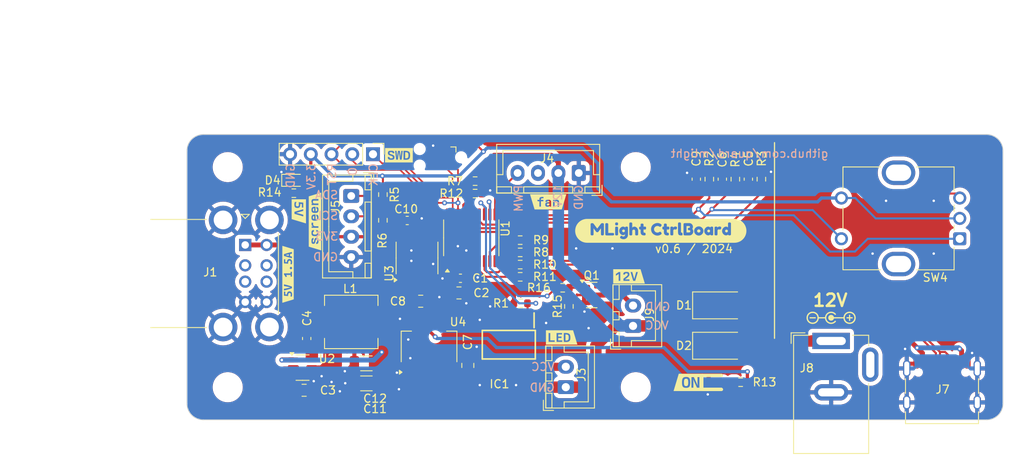
<source format=kicad_pcb>
(kicad_pcb (version 20240108) (generator "pcbnew") (generator_version "8.0")
  (title_block (title "Microscope CtrlBoard") (date "2024") (rev "v0.6"))
  (layers (0 "F.Cu" signal) (31 "B.Cu" signal) (34 "B.Paste" user) (35 "F.Paste" user) (36 "B.SilkS" user "B.Silkscreen") (37 "F.SilkS" user "F.Silkscreen") (38 "B.Mask" user) (39 "F.Mask" user) (44 "Edge.Cuts" user))
  (net 0 "")
  (net 1 "+3V3")
  (net 2 "GND")
  (net 3 "VCC")
  (net 4 "BTN1")
  (net 5 "ENCODER2")
  (net 6 "ENCODER1")
  (net 7 "VBUS")
  (net 8 "+12V")
  (net 10 "FAN_PWM")
  (net 11 "/I2C_SDA")
  (net 12 "/I2C_SCL")
  (net 13 "/RST")
  (net 15 "Net-(J7-D+-PadA6)")
  (net 16 "Net-(J7-D--PadA7)")
  (net 20 "LED_PWM")
  (net 21 "DP_H")
  (net 22 "DP_L")
  (net 23 "DM_H")
  (net 24 "DM_L")
  (net 25 "+5V")
  (net 30 "/SWCLK")
  (net 31 "/SWDIO")
  (net 33 "INPUT_VOLTAGE")
  (net 36 "Net-(J9-Pin_2)")
  (net 37 "Net-(D3-A)")
  (net 38 "Net-(D4-A)")
  (net 40 "Net-(IC1-C_2)")
  (net 41 "Net-(Q1-G)")
  (net 42 "12V_OUT_EN")
  (net 43 "/5V_BST")
  (net 44 "/5V_SW")
  (footprint "Connector_USB:USB_A_CUI_UJ2-ADH-TH_Horizontal_Stacked" (layer "F.Cu") (at 67.142316 53.549998)
    (property "Reference" "J1")
    (property "Value" "USB_A_Stacked")
  )
  (footprint "Package_TO_SOT_SMD:SOT-23" (layer "F.Cu") (at 109.601 59.69)
    (property "Reference" "Q1")
    (property "Value" "AO3400A")
  )
  (footprint "Rotary_Encoder:RotaryEncoder_Bourns_Vertical_PEC12R-3x17F-Sxxxx" (layer "F.Cu") (at 154.697 52.792 180)
    (property "Reference" "SW4")
    (property "Value" "RotaryEncoder_Switch")
  )
  (footprint "LED_SMD:LED_0603_1608Metric" (layer "F.Cu") (at 124.7164 70.3834)
    (property "Reference" "D3" (hide yes))
    (property "Value" "LED")
  )
  (footprint "Capacitor_SMD:C_0805_2012Metric" (layer "F.Cu") (at 93.336 59.436)
    (property "Reference" "C2")
    (property "Value" "4.7uF")
  )
  (footprint "Resistor_SMD:R_0603_1608Metric" (layer "F.Cu") (at 73.1012 47.1994 180)
    (property "Reference" "R14")
    (property "Value" "1.8k")
  )
  (footprint "Capacitor_SMD:C_0805_2012Metric" (layer "F.Cu") (at 88.646 60.452)
    (property "Reference" "C8")
    (property "Value" "10uF")
  )
  (footprint "Connector_JST:JST_XH_B4B-XH-A_1x04_P2.50mm_Vertical" (layer "F.Cu") (at 80.132 47.538 -90)
    (property "Reference" "J5")
    (property "Value" "OLED SSD1306")
  )
  (footprint "Capacitor_SMD:C_0805_2012Metric" (layer "F.Cu") (at 94.419 68.326 90)
    (property "Reference" "C7")
    (property "Value" "10uF")
  )
  (footprint "Resistor_SMD:R_0603_1608Metric" (layer "F.Cu") (at 127.202512 45.479 -90)
    (property "Reference" "R4")
    (property "Value" "10k")
  )
  (footprint "Connector_JST:JST_XH_B4B-XH-A_1x04_P2.50mm_Vertical" (layer "F.Cu") (at 108.017 44.721 180)
    (property "Reference" "J4")
    (property "Value" "Fan")
  )
  (footprint "Capacitor_SMD:C_1206_3216Metric" (layer "F.Cu") (at 81.993 68.072 180)
    (property "Reference" "C12")
    (property "Value" "22uF")
  )
  (footprint "kibuzzard-64E1B8AF" (layer "F.Cu") (at 72.39 57.15 90)
    (property "Reference" "kibuzzard-64E1B8AF" (hide yes))
    (property "Value" "G***" (hide yes))
  )
  (footprint "kibuzzard-65855076" (layer "F.Cu") (at 104.267 48.26)
    (property "Reference" "kibuzzard-65855076" (hide yes))
    (property "Value" "G***" (hide yes))
  )
  (footprint "MountingHole:MountingHole_3.2mm_M3" (layer "F.Cu") (at 65 44)
    (property "Reference" "H3" (hide yes))
    (property "Value" "MountingHole")
  )
  (footprint "Capacitor_SMD:C_0603_1608Metric" (layer "F.Cu") (at 128.797656 45.479 90)
    (property "Reference" "C5")
    (property "Value" "10nF")
  )
  (footprint "Library:DC_polarity" (layer "F.Cu") (at 138.936482 62.484)
    (property "Reference" "REF**" (hide yes))
    (property "Value" "Polarity_Center_Positive_6mm_SilkScreen" (hide yes))
  )
  (footprint "Resistor_SMD:R_0603_1608Metric" (layer "F.Cu") (at 127.8514 70.3834)
    (property "Reference" "R13")
    (property "Value" "1k")
  )
  (footprint "MountingHole:MountingHole_3.2mm_M3" (layer "F.Cu") (at 115 71)
    (property "Reference" "H2" (hide yes))
    (property "Value" "MountingHole")
  )
  (footprint "Tag-Connect:Tag-Connect_TC2030-IDC-NL_2x03_P1.27mm_Vertical" (layer "F.Cu") (at 91.059 42.799 180)
    (property "Reference" "J6" (hide yes))
    (property "Value" "TC2030-IDC")
  )
  (footprint "Resistor_SMD:R_0603_1608Metric" (layer "F.Cu") (at 95.314 45.72 180)
    (property "Reference" "R7")
    (property "Value" "180k")
  )
  (footprint "Resistor_SMD:R_0603_1608Metric" (layer "F.Cu") (at 100.901 60.706 180)
    (property "Reference" "R1")
    (property "Value" "10k")
  )
  (footprint "Resistor_SMD:R_0603_1608Metric" (layer "F.Cu") (at 100.838 57.459 180)
    (property "Reference" "R11")
    (property "Value" "2.2k")
  )
  (footprint "Resistor_SMD:R_0603_1608Metric" (layer "F.Cu") (at 100.838 54.459 180)
    (property "Reference" "R8")
    (property "Value" "10k")
  )
  (footprint "Capacitor_SMD:C_0603_1608Metric" (layer "F.Cu") (at 93.516 57.636)
    (property "Reference" "C1")
    (property "Value" "100nF")
  )
  (footprint "Capacitor_SMD:C_0603_1608Metric" (layer "F.Cu") (at 74.676 65.024 90)
    (property "Reference" "C4")
    (property "Value" "100nF")
  )
  (footprint "Resistor_SMD:R_0603_1608Metric" (layer "F.Cu") (at 84.016 50.521 90)
    (property "Reference" "R6")
    (property "Value" "10k")
  )
  (footprint "Package_TO_SOT_SMD:SOT-223-3_TabPin2" (layer "F.Cu") (at 89.669 66.028 90)
    (property "Reference" "U4")
    (property "Value" "NCP1117-3.3_SOT223")
  )
  (footprint "Resistor_SMD:R_0603_1608Metric" (layer "F.Cu") (at 130.3928 45.479 90)
    (property "Reference" "R3")
    (property "Value" "10k")
  )
  (footprint "kibuzzard-6585337F" (layer "F.Cu") (at 105.918 64.897)
    (property "Reference" "kibuzzard-6585337F" (hide yes))
    (property "Value" "G***" (hide yes))
  )
  (footprint "Connector_JST:JST_XH_B2B-XH-A_1x02_P2.50mm_Vertical" (layer "F.Cu") (at 106.426 70.993 90)
    (property "Reference" "J3")
    (property "Value" "Light")
  )
  (footprint "Connector_JST:JST_XH_B2B-XH-A_1x02_P2.50mm_Vertical" (layer "F.Cu") (at 114.664 63.48 90)
    (property "Reference" "J9")
    (property "Value" "Conn_01x02")
  )
  (footprint "Connector_USB:USB_C_Receptacle_Palconn_UTC16-G" (layer "F.Cu") (at 152.525 70.626)
    (property "Reference" "J7")
    (property "Value" "USB_C_Receptacle_USB2.0")
  )
  (footprint "kibuzzard-6585330A" (layer "F.Cu") (at 73.7108 49.4284 -90)
    (property "Reference" "kibuzzard-6585330A" (hide yes))
    (property "Value" "G***" (hide yes))
  )
  (footprint "Resistor_SMD:R_0603_1608Metric" (layer "F.Cu") (at 100.838 55.959 180)
    (property "Reference" "R10")
    (property "Value" "10k")
  )
  (footprint "Connector_PinHeader_2.54mm:PinHeader_1x05_P2.54mm_Vertical" (layer "F.Cu") (at 82.799 42.418 -90)
    (property "Reference" "J2" (hide yes))
    (property "Value" "Conn_01x05")
  )
  (footprint "Resistor_SMD:R_0603_1608Metric" (layer "F.Cu") (at 124.012224 45.479 -90)
    (property "Reference" "R2")
    (property "Value" "10k")
  )
  (footprint "kibuzzard-64E1B90C" (layer "F.Cu") (at 118.065 51.816)
    (property "Reference" "kibuzzard-64E1B90C" (hide yes))
    (property "Value" "G***" (hide yes))
  )
  (footprint "kibuzzard-65853391" (layer "F.Cu") (at 114.173 57.404)
    (property "Reference" "kibuzzard-65853391" (hide yes))
    (property "Value" "G***" (hide yes))
  )
  (footprint "Capacitor_SMD:C_0603_1608Metric" (layer "F.Cu") (at 125.607368 45.479 -90)
    (property "Reference" "C6")
    (property "Value" "10nF")
  )
  (footprint "Package_SO:SOIC-8_3.9x4.9mm_P1.27mm" (layer "F.Cu") (at 88.195 55.146 90)
    (property "Reference" "U3")
    (property "Value" "M24C02-WMN")
  )
  (footprint "Package_SO:TSSOP-20_4.4x6.5mm_P0.65mm" (layer "F.Cu") (at 94.841 52.6735 90)
    (property "Reference" "U1")
    (property "Value" "STM32G030F6Px")
  )
  (footprint "Capacitor_SMD:C_1206_3216Metric" (layer "F.Cu") (at 81.993 70.529 180)
    (property "Reference" "C11")
    (property "Value" "22uF")
  )
  (footprint "Resistor_SMD:R_0603_1608Metric" (layer "F.Cu") (at 84.016 47.371 -90)
    (property "Reference" "R5")
    (property "Value" "10k")
  )
  (footprint "Capacitor_SMD:C_0603_1608Metric" (layer "F.Cu") (at 122.41708 45.479 -90)
    (property "Reference" "C9")
    (property "Value" "10nF")
  )
  (footprint "Diode_SMD:D_SMA" (layer "F.Cu") (at 125.476 60.96)
    (property "Reference" "D1")
    (property "Value" "B340")
  )
  (footprint "Connector_BarrelJack:BarrelJack_GCT_DCJ200-10-A_Horizontal" (layer "F.Cu") (at 138.938 65.328)
    (property "Reference" "J8")
    (property "Value" "Barrel_Jack")
  )
  (footprint "Inductor_SMD:L_Vishay_IHLP-2525" (layer "F.Cu") (at 80.137 62.992)
    (property "Reference" "L1")
    (property "Value" "4.7uH")
  )
  (footprint "Capacitor_SMD:C_0805_2012Metric" (layer "F.Cu") (at 74.361 71.374)
    (property "Reference" "C3")
    (property "Value" "10uF")
  )
  (footprint "Resistor_SMD:R_0603_1608Metric" (layer "F.Cu") (at 106.807 61.087 -90)
    (property "Reference" "R15")
    (property "Value" "10k")
  )
  (footprint "kibuzzard-64E666E4" (layer "F.Cu") (at 121.412 70.4088)
    (property "Reference" "kibuzzard-64E666E4" (hide yes))
    (property "Value" "G***" (hide yes))
  )
  (footprint "LED_SMD:LED_0603_1608Metric" (layer "F.Cu") (at 73.1012 45.6184)
    (property "Reference" "D4")
    (property "Value" "LED")
  )
  (footprint "MountingHole:MountingHole_3.2mm_M3" (layer "F.Cu") (at 115 44)
    (property "Reference" "H1" (hide yes))
    (property "Value" "MountingHole")
  )
  (footprint "Capacitor_SMD:C_0603_1608Metric" (layer "F.Cu") (at 86.995 50.546 180)
    (property "Reference" "C10")
    (property "Value" "100nF")
  )
  (footprint "Resistor_SMD:R_0603_1608Metric" (layer "F.Cu") (at 95.314 47.244)
    (property "Reference" "R12")
    (property "Value" "33k")
  )
  (footprint "Diode_SMD:D_SMA" (layer "F.Cu") (at 125.476 65.913)
    (property "Reference" "D2")
    (property "Value" "B340")
  )
  (footprint "Resistor_SMD:R_0603_1608Metric" (layer "F.Cu") (at 100.838 52.959 180)
    (property "Reference" "R9")
    (property "Value" "2.2k")
  )
  (footprint "kibuzzard-64DFCA22" (layer "F.Cu") (at 75.692 50.673 90)
    (property "Reference" "kibuzzard-64DFCA22" (hide yes))
    (property "Value" "G***" (hide yes))
  )
  (footprint "Resistor_SMD:R_0603_1608Metric" (layer "F.Cu") (at 106.045 58.801)
    (property "Reference" "R16")
    (property "Value" "1k")
  )
  (footprint "MountingHole:MountingHole_3.2mm_M3" (layer "F.Cu") (at 65 71)
    (property "Reference" "H4" (hide yes))
    (property "Value" "MountingHole")
  )
  (footprint "Package_TO_SOT_SMD:TSOT-23-6" (layer "F.Cu") (at 74.168 68.593)
    (property "Reference" "U2")
    (property "Value" "AP63205WU")
  )
  (footprint "FZT1049ATA:SOT230P700X180-4N" (layer "F.Cu") (at 99.441 65.786 -90)
    (property "Reference" "IC1")
    (property "Value" "FZT1049ATA" (hide yes))
  )
  (footprint "kibuzzard-65854A39" (layer "F.Cu") (at 85.979 42.545)
    (property "Reference" "kibuzzard-65854A39" (hide yes))
    (property "Value" "G***" (hide yes))
  )
  (gr_line (start 123.2154 69.5452) (end 125.5014 69.5452) (stroke (width 0.4)) (layer "F.SilkS"))
  (gr_line (start 123.2154 71.2724) (end 125.5014 71.2724) (stroke (width 0.4)) (layer "F.SilkS"))
  (gr_line (start 132 41) (end 132 65) (stroke (width 0.15)) (layer "F.SilkS"))
  (gr_line (start 158 75) (end 62 75) (stroke (width 0.1)) (layer "Edge.Cuts"))
  (gr_line (start 62 40) (end 158 40) (stroke (width 0.1)) (layer "Edge.Cuts"))
  (gr_line (start 60 73) (end 60 42) (stroke (width 0.1)) (layer "Edge.Cuts"))
  (gr_arc (start 60 42) (mid 60.585786 40.585786) (end 62 40) (stroke (width 0.1)) (layer "Edge.Cuts"))
  (gr_arc (start 160 73) (mid 159.414214 74.414214) (end 158 75) (stroke (width 0.1)) (layer "Edge.Cuts"))
  (gr_arc (start 62 75) (mid 60.585786 74.414214) (end 60 73) (stroke (width 0.1)) (layer "Edge.Cuts"))
  (gr_line (start 160 73) (end 160 42) (stroke (width 0.1)) (layer "Edge.Cuts"))
  (gr_arc (start 158 40) (mid 159.414214 40.585786) (end 160 42) (stroke (width 0.1)) (layer "Edge.Cuts"))
  (gr_text "GND" (at 105.156 71.628 0) (layer "B.SilkS") (effects (font (size 1 1)) (justify left bottom mirror)))
  (gr_text "GND" (at 73.279 43.434 90) (layer "B.SilkS") (effects (font (size 1 1)) (justify left bottom mirror)))
  (gr_text "CLK" (at 83.439 43.434 90) (layer "B.SilkS") (effects (font (size 1 1)) (justify left bottom mirror)))
  (gr_text "SCL" (at 78.613 50.546 0) (layer "B.SilkS") (effects (font (size 1 1)) (justify left bottom mirror)))
  (gr_text "VCC" (at 119.126 64.008 0) (layer "B.SilkS") (effects (font (size 1 1)) (justify left bottom mirror)))
  (gr_text "GND" (at 78.613 55.626 0) (layer "B.SilkS") (effects (font (size 1 1)) (justify left bottom mirror)))
  (gr_text "3.3V" (at 75.819 43.434 90) (layer "B.SilkS") (effects (font (size 1 1)) (justify left bottom mirror)))
  (gr_text "IO" (at 80.899 43.434 90) (layer "B.SilkS") (effects (font (size 1 1)) (justify left bottom mirror)))
  (gr_text "VCC" (at 105.156 69.088 0) (layer "B.SilkS") (effects (font (size 1 1)) (justify left bottom mirror)))
  (gr_text "3V3" (at 78.613 53.086 0) (layer "B.SilkS") (effects (font (size 1 1)) (justify left bottom mirror)))
  (gr_text "12V" (at 106.045 46.101 90) (layer "B.SilkS") (effects (font (size 1 1)) (justify left bottom mirror)))
  (gr_text "PWM" (at 101.219 46.101 90) (layer "B.SilkS") (effects (font (size 1 1)) (justify left bottom mirror)))
  (gr_text "SDA" (at 78.613 48.006 0) (layer "B.SilkS") (effects (font (size 1 1)) (justify left bottom mirror)))
  (gr_text "RST" (at 78.359 43.434 90) (layer "B.SilkS") (effects (font (size 1 1)) (justify left bottom mirror)))
  (gr_text "GND" (at 108.585 46.101 90) (layer "B.SilkS") (effects (font (size 1 1)) (justify left bottom mirror)))
  (gr_text "GND" (at 119.316476 61.722 0) (layer "B.SilkS") (effects (font (size 1 1)) (justify left bottom mirror)))
  (gr_text "github.com/quard/mlight" (at 138.684 42.926 0) (layer "B.SilkS") (effects (font (size 1 1)) (justify left bottom mirror)))
  (gr_text "${REVISION} / ${ISSUE_DATE}" (at 127 54.61 0) (layer "F.SilkS") (effects (font (size 1 1)) (justify right bottom)))
  (gr_text "12V" (at 136.566572 61.214 0) (layer "F.SilkS") (effects (font (size 1.5 1.5) (thickness 0.3) (bold yes)) (justify left bottom)))
  (segment (start 82.51 52.538) (end 84.582 54.61) (width 0.4) (layer "F.Cu") (net 1))
  (segment (start 92.386 58.744) (end 92.741 58.389) (width 0.4) (layer "F.Cu") (net 1))
  (segment (start 75.179 50.16) (end 75.179 42.418) (width 0.4) (layer "F.Cu") (net 1))
  (segment (start 92.741 58.389) (end 92.741 57.636) (width 0.4) (layer "F.Cu") (net 1))
  (segment (start 86.36 60.452) (end 87.696 60.452) (width 0.4) (layer "F.Cu") (net 1))
  (segment (start 86.29 54.172) (end 86.29 52.671) (width 0.4) (layer "F.Cu") (net 1))
  (segment (start 85.852 54.61) (end 86.29 54.172) (width 0.4) (layer "F.Cu") (net 1))
  (segment (start 84.016 46.546) (end 84.016 45.154) (width 0.25) (layer "F.Cu") (net 1))
  (segment (start 92.741 57.627) (end 93.866 56.502) (width 0.4) (layer "F.Cu") (net 1))
  (segment (start 86.22 52.601) (end 86.29 52.671) (width 0.25) (layer "F.Cu") (net 1))
  (segment (start 89.669 62.878) (end 90.538 62.878) (width 0.4) (layer "F.Cu") (net 1))
  (segment (start 92.386 61.03) (end 92.386 59.436) (width 0.4) (layer "F.Cu") (net 1))
  (segment (start 92.741 57.636) (end 92.741 57.627) (width 0.4) (layer "F.Cu") (net 1))
  (segment (start 87.696 60.452) (end 87.696 60.905) (width 0.4) (layer "F.Cu") (net 1))
  (segment (start 89.669 62.878) (end 89.669 64.0658) (width 0.4) (layer "F.Cu") (net 1))
  (segment (start 84.016 51.758) (end 84.929 52.671) (width 0.25) (layer "F.Cu") (net 1))
  (segment (start 80.132 52.538) (end 77.557 52.538) (width 0.4) (layer "F.Cu") (net 1))
  (segment (start 86.22 50.546) (end 86.22 52.601) (width 0.25) (layer "F.Cu") (net 1))
  (segment (start 84.582 58.674) (end 86.36 60.452) (width 0.4) (layer "F.Cu") (net 1))
  (segment (start 89.669 64.0658) (end 90.424 64.8208) (width 0.4) (layer "F.Cu") (net 1))
  (segment (start 77.557 52.538) (end 75.179 50.16) (width 0.4) (layer "F.Cu") (net 1))
  (segment (start 92.329 42.164) (end 93.091 41.402) (width 0.25) (layer "F.Cu") (net 1))
  (segment (start 84.582 54.61) (end 84.582 58.674) (width 0.4) (layer "F.Cu") (net 1))
  (segment (start 128.6764 69.088) (end 128.6764 70.3834) (width 0.4) (layer "F.Cu") (net 1))
  (segment (start 84.929 52.671) (end 86.29 52.671) (width 0.25) (layer "F.Cu") (net 1))
  (segment (start 84.016 45.154) (end 83.947 45.085) (width 0.25) (layer "F.Cu") (net 1))
  (segment (start 93.866 56.502) (end 93.866 55.536) (width 0.4) (layer "F.Cu") (net 1))
  (segment (start 84.582 54.61) (end 85.852 54.61) (width 0.4) (layer "F.Cu") (net 1))
  (segment (start 92.386 59.436) (end 92.386 58.744) (width 0.4) (layer "F.Cu") (net 1))
  (segment (start 95.631 41.402) (end 96.3295 42.1005) (width 0.25) (layer "F.Cu") (net 1))
  (segment (start 80.132 52.538) (end 82.51 52.538) (width 0.4) (layer "F.Cu") (net 1))
  (segment (start 90.538 62.878) (end 92.386 61.03) (width 0.4) (layer "F.Cu") (net 1))
  (segment (start 93.091 41.402) (end 95.631 41.402) (width 0.25) (layer "F.Cu") (net 1))
  (segment (start 87.696 60.905) (end 89.669 62.878) (width 0.4) (layer "F.Cu") (net 1))
  (segment (start 84.016 51.346) (end 84.016 51.758) (width 0.25) (layer "F.Cu") (net 1))
  (via (at 96.3295 42.1005) (size 0.6) (drill 0.3) (layers "F.Cu" "B.Cu") (net 1))
  (via (at 90.424 64.8208) (size 0.6) (drill 0.3) (layers "F.Cu" "B.Cu") (net 1))
  (via (at 128.6764 69.088) (size 0.6) (drill 0.3) (layers "F.Cu" "B.Cu") (net 1))
  (via (at 83.947 45.085) (size 0.6) (drill 0.3) (layers "F.Cu" "B.Cu") (net 1))
  (segment (start 137.287 48.26) (end 137.755 47.792) (width 0.4) (layer "B.Cu") (net 1))
  (segment (start 118.4656 66.1416) (end 121.412 69.088) (width 0.4) (layer "B.Cu") (net 1))
  (segment (start 75.179 42.418) (end 77.846 45.085) (width 0.4) (layer "B.Cu") (net 1))
  (segment (start 141.899 47.792) (end 140.197 47.792) (width 0.25) (layer "B.Cu") (net 1))
  (segment (start 144.399 50.292) (end 141.899 47.792) (width 0.25) (layer "B.Cu") (net 1))
  (segment (start 96.3295 42.1005) (end 96.774 41.656) (width 0.4) (layer "B.Cu") (net 1))
  (segment (start 96.8248 65.024) (end 97.9424 66.1416) (width 0.4) (layer "B.Cu") (net 1))
  (segment (start 137.755 47.792) (end 140.197 47.792) (width 0.4) (layer "B.Cu") (net 1))
  (segment (start 154.697 50.292) (end 144.399 50.292) (width 0.25) (layer "B.Cu") (net 1))
  (segment (start 93.345 45.085) (end 96.3295 42.1005) (width 0.4) (layer "B.Cu") (net 1))
  (segment (start 90.6272 65.024) (end 96.8248 65.024) (width 0.4) (layer "B.Cu") (net 1))
  (segment (start 77.846 45.085) (end 83.947 45.085) (width 0.4) (layer "B.Cu") (net 1))
  (segment (start 121.412 69.088) (end 128.6764 69.088) (width 0.4) (layer "B.Cu") (net 1))
  (segment (start 110.363 46.609) (end 112.014 48.26) (width 0.4) (layer "B.Cu") (net 1))
  (segment (start 112.014 48.26) (end 137.287 48.26) (width 0.4) (layer "B.Cu") (net 1))
  (segment (start 108.458 41.656) (end 110.363 43.561) (width 0.4) (layer "B.Cu") (net 1))
  (segment (start 90.424 64.8208) (end 90.6272 65.024) (width 0.4) (layer "B.Cu") (net 1))
  (segment (start 97.9424 66.1416) (end 118.4656 66.1416) (width 0.4) (layer "B.Cu") (net 1))
  (segment (start 83.947 45.085) (end 93.345 45.085) (width 0.4) (layer "B.Cu") (net 1))
  (segment (start 96.774 41.656) (end 108.458 41.656) (width 0.4) (layer "B.Cu") (net 1))
  (segment (start 110.363 43.561) (end 110.363 46.609) (width 0.4) (layer "B.Cu") (net 1))
  (segment (start 72.3137 45.6184) (end 72.3137 45.3389) (width 0.25) (layer "F.Cu") (net 2))
  (segment (start 155.725 67.287) (end 156.21 66.802) (width 0.25) (layer "F.Cu") (net 2))
  (segment (start 87.369 69.178) (end 87.369 67.444) (width 0.25) (layer "F.Cu") (net 2))
  (segment (start 95.933 62.786) (end 95.885 62.738) (width 0.25) (layer "F.Cu") (net 2))
  (segment (start 80.518 70.529) (end 79.419 70.529) (width 0.25) (layer "F.Cu") (net 2))
  (segment (start 149.325 67.325) (end 148.3 66.3) (width 0.25) (layer "F.Cu") (net 2))
  (segment (start 97.141 62.786) (end 95.933 62.786) (width 0.25) (layer "F.Cu") (net 2))
  (segment (start 131.495 44.654) (end 131.572 44.577) (width 0.25) (layer "F.Cu") (net 2))
  (segment (start 89.596 60.452) (end 90.424 60.452) (width 0.25) (layer "F.Cu") (net 2))
  (segment (start 108.6635 61.6735) (end 108.712 61.722) (width 0.25) (layer "F.Cu") (net 2))
  (segment (start 149.325 68.116) (end 149.325 67.325) (width 0.25) (layer "F.Cu") (net 2))
  (segment (start 94.286 59.436) (end 94.286 60.654) (width 0.25) (layer "F.Cu") (net 2))
  (segment (start 97.141 62.786) (end 97.141 61.101) (width 0.25) (layer "F.Cu") (net 2))
  (segment (start 87.56 52.671) (end 87.56 54.172) (width 0.25) (layer "F.Cu") (net 2))
  (segment (start 94.419 66.236) (end 94.615 66.04) (width 0.25) (layer "F.Cu") (net 2))
  (segment (start 94.286 60.654) (end 94.234 60.706) (width 0.25) (layer "F.Cu") (net 2))
  (segment (start 90.17 41.3665) (end 89.789 41.7475) (width 0.25) (layer "F.Cu") (net 2))
  (segment (start 80.518 68.072) (end 80.3148 68.072) (width 0.25) (layer "F.Cu") (net 2))
  (segment (start 87.369 69.178) (end 85.762 69.178) (width 0.25) (layer "F.Cu") (net 2))
  (segment (start 96.139 47.244) (end 96.774 47.244) (width 0.25) (layer "F.Cu") (net 2))
  (segment (start 79.419 70.529) (end 79.4004 70.5104) (width 0.25) (layer "F.Cu") (net 2))
  (segment (start 96.774 47.244) (end 97.155 46.863) (width 0.25) (layer "F.Cu") (net 2))
  (segment (start 90.1 55.95) (end 90.17 55.88) (width 0.25) (layer "F.Cu") (net 2))
  (segment (start 76.401 69.543) (end 76.5048 69.6468) (width 0.25) (layer "F.Cu") (net 2))
  (segment (start 87.369 67.444) (end 87.376 67.437) (width 0.25) (layer "F.Cu") (net 2))
  (segment (start 75.311 70.485) (end 75.5396 70.2564) (width 0.25) (layer "F.Cu") (net 2))
  (segment (start 94.516 54.511) (end 94.234 54.229) (width 0.25) (layer "F.Cu") (net 2))
  (segment (start 87.56 54.172) (end 87.503 54.229) (width 0.25) (layer "F.Cu") (net 2))
  (segment (start 97.141 61.101) (end 97.155 61.087) (width 0.25) (layer "F.Cu") (net 2))
  (segment (start 122.41708 44.704) (end 121.285 44.704) (width 0.25) (layer "F.Cu") (net 2))
  (segment (start 94.419 67.376) (end 94.419 66.236) (width 0.25) (layer "F.Cu") (net 2))
  (segment (start 80.3148 68.072) (end 79.3496 69.0372) (width 0.25) (layer "F.Cu") (net 2))
  (segment (start 89.789 41.7475) (end 89.789 42.164) (width 0.25) (layer "F.Cu") (net 2))
  (segment (start 88.773 50.292) (end 88.519 50.546) (width 0.25) (layer "F.Cu") (net 2))
  (segment (start 95.526 57.636) (end 95.631 57.531) (width 0.25) (layer "F.Cu") (net 2))
  (segment (start 88.519 50.546) (end 87.77 50.546) (width 0.25) (layer "F.Cu") (net 2))
  (segment (start 75.311 71.374) (end 75.311 70.485) (width 0.25) (layer "F.Cu") (net 2))
  (segment (start 155.725 68.116) (end 155.725 67.287) (width 0.25) (layer "F.Cu") (net 2))
  (segment (start 90.424 60.452) (end 90.932 59.944) (width 0.25) (layer "F.Cu") (net 2))
  (segment (start 94.516 55.536) (end 94.516 54.511) (width 0.25) (layer "F.Cu") (net 2))
  (segment (start 148.3 66.3) (end 148 66.3) (width 0.25) (layer "F.Cu") (net 2))
  (segment (start 72.3137 45.3389) (end 71.5772 44.6024) (width 0.25) (layer "F.Cu") (net 2))
  (segment (start 90.1 57.621) (end 90.1 55.95) (width 0.25) (layer "F.Cu") (net 2))
  (segment (start 85.762 69.178) (end 85.725 69.215) (width 0.25) (layer "F.Cu") (net 2))
  (segment (start 108.6635 60.64) (end 108.6635 61.6735) (width 0.25) (layer "F.Cu") (net 2))
  (segment (start 94.291 57.636) (end 95.526 57.636) (width 0.25) (layer "F.Cu") (net 2))
  (segment (start 130.3928 44.654) (end 131.495 44.654) (width 0.25) (layer "F.Cu") (net 2))
  (segment (start 94.615 66.04) (end 95.504 66.04) (width 0.25) (layer "F.Cu") (net 2))
  (segment (start 75.3055 69.543) (end 76.401 69.543) (width 0.25) (layer "F.Cu") (net 2))
  (via (at 87.503 54.229) (size 0.6) (drill 0.3) (layers "F.Cu" "B.Cu") (net 2))
  (via (at 79.3496 69.0372) (size 0.6) (drill 0.3) (layers "F.Cu" "B.Cu") (net 2))
  (via (at 145.669 48.133) (size 0.6) (drill 0.3) (layers "F.Cu" "B.Cu") (net 2))
  (via (at 77.724 70.358) (size 0.6) (drill 0.3) (layers "F.Cu" "B.Cu") (net 2))
  (via (at 90.17 41.3665) (size 0.6) (drill 0.3) (layers "F.Cu" "B.Cu") (net 2))
  (via (at 100.33 70.739) (size 0.6) (drill 0.3) (layers "F.Cu" "B.Cu") (net 2))
  (via (at 90.932 59.944) (size 0.6) (drill 0.3) (layers "F.Cu" "B.Cu") (net 2))
  (via (at 86.106 62.611) (size 0.6) (drill 0.3) (layers "F.Cu" "B.Cu") (net 2))
  (via (at 94.234 60.706) (size 0.6) (drill 0.3) (layers "F.Cu" "B.Cu") (net 2))
  (via (at 87.122 65.151) (size 0.6) (drill 0.3) (layers "F.Cu" "B.Cu") (net 2))
  (via (at 148 66.3) (size 0.6) (drill 0.3) (layers "F.Cu" "B.Cu") (net 2))
  (via (at 90.17 55.88) (size 0.6) (drill 0.3) (layers "F.Cu" "B.Cu") (net 2))
  (via (at 109.22 63.754) (size 0.6) (drill 0.3) (layers "F.Cu" "B.Cu") (net 2))
  (via (at 123.825 71.882) (size 0.6) (drill 0.3) (layers "F.Cu" "B.Cu") (net 2))
  (via (at 88.773 50.292) (size 0.6) (drill 0.3) (layers "F.Cu" "B.Cu") (net 2))
  (via (at 107.696 53.975) (size 0.6) (drill 0.3) (layers "F.Cu" "B.Cu") (net 2))
  (via (at 91.313 57.658) (size 0.6) (drill 0.3) (layers "F.Cu" "B.Cu") (net 2))
  (via (at 75.5396 70.2564) (size 0.6) (drill 0.3) (layers "F.Cu" "B.Cu") (net 2))
  (via (at 87.503 55.499) (size 0.6) (drill 0.3) (layers "F.Cu" "B.Cu") (net 2))
  (via (at 85.979 71.247) (size 0.6) (drill 0.3) (layers "F.Cu" "B.Cu") (net 2))
  (via (at 71.5772 44.6024) (size 0.6) (drill 0.3) (layers "F.Cu" "B.Cu") (net 2))
  (via (at 95.504 66.04) (size 0.6) (drill 0.3) (layers "F.Cu" "B.Cu") (net 2))
  (via (at 79.4004 70.5104) (size 0.6) (drill 0.3) (layers "F.Cu" "B.Cu") (net 2))
  (via (at 97.155 61.087) (size 0.6) (drill 0.3) (layers "F.Cu" "B.Cu") (net 2))
  (via (at 97.155 46.863) (size 0.6) (drill 0.3) (layers "F.Cu" "B.Cu") (net 2))
  (via (at 95.631 57.531) (size 0.6) (drill 0.3) (layers "F.Cu" "B.Cu") (net 2))
  (via (at 151.511 54.61) (size 0.6) (drill 0.3) (layers "F.Cu" "B.Cu") (net 2))
  (via (at 78.74 71.501) (size 0.6) (drill 0.3) (layers "F.Cu" "B.Cu") (net 2))
  (via (at 151.511 48.133) (size 0.6) (drill 0.3) (layers "F.Cu" "B.Cu") (net 2))
  (via (at 108.712 61.722) (size 0.6) (drill 0.3) (layers "F.Cu" "B.Cu") (net 2))
  (via (at 95.885 70.739) (size 0.6) (drill 0.3) (layers "F.Cu" "B.Cu") (net 2))
  (via (at 94.234 54.229) (size 0.6) (drill 0.3) (layers "F.Cu" "B.Cu") (net 2))
  (via (at 85.725 69.215) (size 0.6) (drill 0.3) (layers "F.Cu" "B.Cu") (net 2))
  (via (at 131.572 44.577) (size 0.6) (drill 0.3) (layers "F.Cu" "B.Cu") (net 2))
  (via (at 104.013 63.119) (size 0.6) (drill 0.3) (layers "F.Cu" "B.Cu") (net 2))
  (via (at 93.2 53.7) (size 0.6) (drill 0.3) (layers "F.Cu" "B.Cu") (net 2))
  (via (at 156.21 66.802) (size 0.6) (drill 0.3) (layers "F.Cu" "B.Cu") (net 2))
  (via (at 76.5048 69.6468) (size 0.6) (drill 0.3) (layers "F.Cu" "B.Cu") (net 2))
  (via (at 87.376 67.437) (size 0.6) (drill 0.3) (layers "F.Cu" "B.Cu") (net 2))
  (via (at 144.018 54.61) (size 0.6) (drill 0.3) (layers "F.Cu" "B.Cu") (net 2))
  (via (at 121.285 44.704) (size 0.6) (drill 0.3) (layers "F.Cu" "B.Cu") (net 2))
  (via (at 95.885 62.738) (size 0.6) (drill 0.3) (layers "F.Cu" "B.Cu") (net 2))
  (via (at 112.141 53.975) (size 0.6) (drill 0.3) (layers "F.Cu" "B.Cu") (net 2))
  (segment (start 97.663 42.545) (end 96.139 44.069) (width 0.6) (layer "F.Cu") (net 3))
  (segment (start 91.969 72.522) (end 91.948 72.543) (width 0.6) (layer "F.Cu") (net 3))
  (segment (start 91.969 69.178) (end 91.969 72.522) (width 0.6) (layer "F.Cu") (net 3))
  (segment (start 105.517 43.414) (end 104.648 42.545) (width 0.6) (layer "F.Cu") (net 3))
  (segment (start 110.109 65.913) (end 110.109 69.088) (width 1.4) (layer "F.Cu") (net 3))
  (segment (start 94.419 69.276) (end 92.067 69.276) (width 0.6) (layer "F.Cu") (net 3))
  (segment (start 91.948 72.543) (end 88.0358 72.543) (width 1.4) (layer "F.Cu") (net 3))
  (segment (start 88.0358 72.543) (end 87.2236 73.3552) (width 1.4) (layer "F.Cu") (net 3))
  (segment (start 123.476 60.96) (end 123.476 63.5) (width 1.4) (layer "F.Cu") (net 3))
  (segment (start 92.067 69.276) (end 91.969 69.178) (width 0.6) (layer "F.Cu") (net 3))
  (segment (start 114.664 63.48) (end 112.542 63.48) (width 1.4) (layer "F.Cu") (net 3))
  (segment (start 73.4568 73.3552) (end 73.152 73.0504) (width 1.4) (layer "F.Cu") (net 3))
  (segment (start 103.505 70.993) (end 101.955 72.543) (width 1.4) (layer "F.Cu") (net 3))
  (segment (start 123.476 63.5) (end 123.476 65.913) (width 1.4) (layer "F.Cu") (net 3))
  (segment (start 106.426 70.993) (end 103.505 70.993) (width 1.4) (layer "F.Cu") (net 3))
  (segment (start 104.648 42.545) (end 97.663 42.545) (width 0.6) (layer "F.Cu") (net 3))
  (segment (start 96.139 44.069) (end 96.139 45.72) (width 0.6) (layer "F.Cu") (net 3))
  (segment (start 108.204 70.993) (end 106.426 70.993) (width 1.4) (layer "F.Cu") (net 3))
  (segment (start 112.542 63.48) (end 110.109 65.913) (width 1.4) (layer "F.Cu") (net 3))
  (segment (start 114.664 63.48) (end 123.456 63.48) (width 1.4) (layer "F.Cu") (net 3))
  (segment (start 123.456 63.48) (end 123.476 63.5) (width 1.4) (layer "F.Cu") (net 3))
  (segment (start 105.517 44.721) (end 105.517 43.414) (width 0.6) (layer "F.Cu") (net 3))
  (segment (start 110.109 69.088) (end 108.204 70.993) (width 1.4) (layer "F.Cu") (net 3))
  (segment (start 87.2236 73.3552) (end 73.4568 73.3552) (width 1.4) (layer "F.Cu") (net 3))
  (segment (start 101.955 72.543) (end 91.948 72.543) (width 1.4) (layer "F.Cu") (net 3))
  (segment (start 114.664 63.48) (end 113.137 63.48) (width 1.4) (layer "B.Cu") (net 3))
  (segment (start 105.517 55.86) (end 105.517 44.721) (width 1.4) (layer "B.Cu") (net 3))
  (segment (start 113.137 63.48) (end 105.517 55.86) (width 1.4) (layer "B.Cu") (net 3))
  (segment (start 125.607368 46.254) (end 127.152512 46.254) (width 0.25) (layer "F.Cu") (net 4))
  (segment (start 95.166 49.811) (end 95.166 50.717396) (width 0.25) (layer "F.Cu") (net 4))
  (segment (start 95.952604 51.504) (end 99.754396 51.504) (width 0.25) (layer "F.Cu") (net 4))
  (segment (start 99.754396 51.504) (end 100.902198 50.356198) (width 0.25) (layer "F.Cu") (net 4))
  (segment (start 100.907 50.361) (end 123.145512 50.361) (width 0.25) (layer "F.Cu") (net 4))
  (segment (start 123.145512 50.361) (end 127.202512 46.304) (width 0.25) (layer "F.Cu") (net 4))
  (segment (start 127.152512 46.254) (end 127.202512 46.304) (width 0.25) (layer "F.Cu") (net 4))
  (segment (start 100.902198 50.356198) (end 100.907 50.361) (width 0.25) (layer "F.Cu") (net 4))
  (segment (start 95.166 50.717396) (end 95.952604 51.504) (width 0.25) (layer "F.Cu") (net 4))
  (via (at 124.333 49.1635) (size 0.6) (drill 0.3) (layers "F.Cu" "B.Cu") (net 4))
  (segment (start 136.681 49.276) (end 140.197 52.792) (width 0.25) (layer "B.Cu") (net 4))
  (segment (start 124.4455 49.276) (end 136.681 49.276) (width 0.25) (layer "B.Cu") (net 4))
  (segment (start 124.333 49.1635) (end 124.4455 49.276) (width 0.25) (layer "B.Cu") (net 4))
  (segment (start 101.6 49.911) (end 121.92 49.911) (width 0.25) (layer "F.Cu") (net 5))
  (segment (start 100.715802 49.906198) (end 101.595198 49.906198) (width 0.25) (layer "F.Cu") (net 5))
  (segment (start 96.266 51.054) (end 99.568 51.054) (width 0.25) (layer "F.Cu") (net 5))
  (segment (start 124.012224 47.818776) (end 124.012224 46.304) (width 0.25) (layer "F.Cu") (net 5))
  (segment (start 122.41708 46.254) (end 123.962224 46.254) (width 0.25) (layer "F.Cu") (net 5))
  (segment (start 121.92 49.911) (end 124.012224 47.818776) (width 0.25) (layer "F.Cu") (net 5))
  (segment (start 101.595198 49.906198) (end 101.6 49.911) (width 0.25) (layer "F.Cu") (net 5))
  (segment (start 123.962224 46.254) (end 124.012224 46.304) (width 0.25) (layer "F.Cu") (net 5))
  (segment (start 99.568 51.054) (end 100.715802 49.906198) (width 0.25) (layer "F.Cu") (net 5))
  (segment (start 95.816 50.604) (end 96.266 51.054) (width 0.25) (layer "F.Cu") (net 5))
  (segment (start 95.816 49.811) (end 95.816 50.604) (width 0.25) (layer "F.Cu") (net 5))
  (via (at 122.682 49.1635) (size 0.6) (drill 0.3) (layers "F.Cu" "B.Cu") (net 5))
  (segment (start 138.811 54.356) (end 134.366 49.911) (width 0.25) (layer "B.Cu") (net 5))
  (segment (start 123.4295 49.911) (end 122.682 49.1635) (width 0.25) (layer "B.Cu") (net 5))
  (segment (start 143.423 52.792) (end 141.859 54.356) (width 0.25) (layer "B.Cu") (net 5))
  (segment (start 141.859 54.356) (end 138.811 54.356) (width 0.25) (layer "B.Cu") (net 5))
  (segment (start 154.697 52.792) (end 143.423 52.792) (width 0.25) (layer "B.Cu") (net 5))
  (segment (start 134.366 49.911) (end 123.4295 49.911) (width 0.25) (layer "B.Cu") (net 5))
  (segment (start 91.916 50.895) (end 92.975 51.954) (width 0.25) (layer "F.Cu") (net 6))
  (segment (start 130.3428 46.254) (end 130.3928 46.304) (width 0.25) (layer "F.Cu") (net 6))
  (segment (start 154.149 47.244) (end 154.697 47.792) (width 0.25) (layer "F.Cu") (net 6))
  (segment (start 143.002 47.244) (end 154.149 47.244) (width 0.25) (layer "F.Cu") (net 6))
  (segment (start 128.797656 46.254) (end 130.3428 46.254) (width 0.25) (layer "F.Cu") (net 6))
  (segment (start 101.083792 50.811) (end 126.735 50.811) (width 0.25) (layer "F.Cu") (net 6))
  (segment (start 130.3928 47.1532) (end 130.3928 46.304) (width 0.25) (layer "F.Cu") (net 6))
  (segment (start 91.916 49.811) (end 91.916 50.895) (width 0.25) (layer "F.Cu") (net 6))
  (segment (start 92.975 51.954) (end 99.940792 51.954) (width 0.25) (layer "F.Cu") (net 6))
  (segment (start 141.732 45.974) (end 143.002 47.244) (width 0.25) (layer "F.Cu") (net 6))
  (segment (start 130.3928 46.304) (end 138.1 46.304) (width 0.25) (layer "F.Cu") (net 6))
  (segment (start 99.940792 51.954) (end 101.083792 50.811) (width 0.25) (layer "F.Cu") (net 6))
  (segment (start 126.735 50.811) (end 130.3928 47.1532) (width 0.25) (layer "F.Cu") (net 6))
  (segment (start 138.43 45.974) (end 141.732 45.974) (width 0.25) (layer "F.Cu") (net 6))
  (segment (start 138.1 46.304) (end 138.43 45.974) (width 0.25) (layer "F.Cu") (net 6))
  (segment (start 127.476 60.96) (end 132.207 60.96) (width 0.6) (layer "F.Cu") (net 7))
  (segment (start 145.542 62.23) (end 149.479 66.167) (width 0.6) (layer "F.Cu") (net 7))
  (segment (start 154.686 66.294) (end 154.925 66.533) (width 0.6) (layer "F.Cu") (net 7))
  (segment (start 132.207 60.96) (end 133.477 62.23) (width 0.6) (layer "F.Cu") (net 7))
  (segment (start 154.925 66.533) (end 154.925 68.116) (width 0.6) (layer "F.Cu") (net 7))
  (segment (start 133.477 62.23) (end 145.542 62.23) (width 0.6) (layer "F.Cu") (net 7))
  (segment (start 150.125 66.813) (end 149.479 66.167) (width 0.6) (layer "F.Cu") (net 7))
  (segment (start 150.125 68.116) (end 150.125 66.813) (width 0.6) (layer "F.Cu") (net 7))
  (via (at 149.479 66.167) (size 0.6) (drill 0.3) (layers "F.Cu" "B.Cu") (net 7))
  (via (at 154.686 66.294) (size 0.6) (drill 0.3) (layers "F.Cu" "B.Cu") (net 7))
  (segment (start 154.559 66.167) (end 154.686 66.294) (width 0.6) (layer "B.Cu") (net 7))
  (segment (start 149.479 66.167) (end 154.559 66.167) (width 0.6) (layer "B.Cu") (net 7))
  (segment (start 132.969 65.913) (end 127.476 65.913) (width 1.4) (layer "F.Cu") (net 8))
  (segment (start 138.938 65.328) (end 133.554 65.328) (width 1.4) (layer "F.Cu") (net 8))
  (segment (start 133.554 65.328) (end 132.969 65.913) (width 1.4) (layer "F.Cu") (net 8))
  (segment (start 97.766 47.472) (end 100.517 44.721) (width 0.25) (layer "F.Cu") (net 10))
  (segment (start 97.766 49.811) (end 97.766 47.472) (width 0.25) (layer "F.Cu") (net 10))
  (segment (start 84.016 48.196) (end 82.994 48.196) (width 0.25) (layer "F.Cu") (net 11))
  (segment (start 84.016 48.196) (end 88.963 48.196) (width 0.25) (layer "F.Cu") (net 11))
  (segment (start 88.963 48.196) (end 90.1 49.333) (width 0.25) (layer "F.Cu") (net 11))
  (segment (start 82.336 47.538) (end 80.132 47.538) (width 0.25) (layer "F.Cu") (net 11))
  (segment (start 92.566 54.339) (end 92.566 55.536) (width 0.25) (layer "F.Cu") (net 11))
  (segment (start 90.898 52.671) (end 92.566 54.339) (width 0.25) (layer "F.Cu") (net 11))
  (segment (start 82.994 48.196) (end 82.336 47.538) (width 0.25) (layer "F.Cu") (net 11))
  (segment (start 90.1 49.333) (end 90.1 52.671) (width 0.25) (layer "F.Cu") (net 11))
  (segment (start 90.1 52.671) (end 90.898 52.671) (width 0.25) (layer "F.Cu") (net 11))
  (segment (start 88.646 48.768) (end 85.725 48.768) (width 0.25) (layer "F.Cu") (net 12))
  (segment (start 88.83 53.905) (end 88.83 52.671) (width 0.25) (layer "F.Cu") (net 12))
  (segment (start 82.765 49.696) (end 82.423 50.038) (width 0.25) (layer "F.Cu") (net 12))
  (segment (start 89.535 50.8) (end 89.535 49.657) (width 0.25) (layer "F.Cu") (net 12))
  (segment (start 91.916 54.451) (end 91.694 54.229) (width 0.25) (layer "F.Cu") (net 12))
  (segment (start 88.83 51.505) (end 89.535 50.8) (width 0.25) (layer "F.Cu") (net 12))
  (segment (start 84.797 49.696) (end 84.016 49.696) (width 0.25) (layer "F.Cu") (net 12))
  (segment (start 91.694 54.229) (end 89.154 54.229) (width 0.25) (layer "F.Cu") (net 12))
  (segment (start 91.916 55.536) (end 91.916 54.451) (width 0.25) (layer "F.Cu") (net 12))
  (segment (start 84.016 49.696) (end 82.765 49.696) (width 0.25) (layer "F.Cu") (net 12))
  (segment (start 88.83 52.671) (end 88.83 51.505) (width 0.25) (layer "F.Cu") (net 12))
  (segment (start 82.423 50.038) (end 80.132 50.038) (width 0.25) (layer "F.Cu") (net 12))
  (segment (start 89.535 49.657) (end 88.646 48.768) (width 0.25) (layer "F.Cu") (net 12))
  (segment (start 85.725 48.768) (end 84.797 49.696) (width 0.25) (layer "F.Cu") (net 12))
  (segment (start 89.154 54.229) (end 88.83 53.905) (width 0.25) (layer "F.Cu") (net 12))
  (segment (start 94.361 52.832) (end 92.71 52.832) (width 0.2) (layer "F.Cu") (net 13))
  (segment (start 91.059 42.164) (end 91.059 41.275) (width 0.2) (layer "F.Cu") (net 13))
  (segment (start 79.643 44.342) (end 77.719 42.418) (width 0.2) (layer "F.Cu") (net 13))
  (segment (start 95.166 55.536) (end 95.166 53.637) (width 0.2) (layer "F.Cu") (net 13))
  (segment (start 79.37 40.767) (end 77.719 42.418) (width 0.2) (layer "F.Cu") (net 13))
  (segment (start 86.125 44.342) (end 79.643 44.342) (width 0.2) (layer "F.Cu") (net 13))
  (segment (start 90.805 50.927) (end 90.805 49.022) (width 0.2) (layer "F.Cu") (net 13))
  (segment (start 90.551 40.767) (end 79.37 40.767) (width 0.2) (layer "F.Cu") (net 13))
  (segment (start 95.166 53.637) (end 94.361 52.832) (width 0.2) (layer "F.Cu") (net 13))
  (segment (start 92.71 52.832) (end 90.805 50.927) (width 0.2) (layer "F.Cu") (net 13))
  (segment (start 90.805 49.022) (end 86.125 44.342) (width 0.2) (layer "F.Cu") (net 13))
  (segment (start 91.059 41.275) (end 90.551 40.767) (width 0.2) (layer "F.Cu") (net 13))
  (segment (start 104.013 55.499) (end 130.938396 55.499) (width 0.25) (layer "F.Cu") (net 15))
  (segment (start 102.973 54.459) (end 104.013 55.499) (width 0.25) (layer "F.Cu") (net 15))
  (segment (start 101.663 52.959) (end 101.663 54.459) (width 0.25) (layer "F.Cu") (net 15))
  (segment (start 101.663 54.459) (end 102.973 54.459) (width 0.25) (layer "F.Cu") (net 15))
  (segment (start 153.275 68.116) (end 153.275 67.042) (width 0.25) (layer "F.Cu") (net 15))
  (segment (start 134.620698 59.181302) (end 144.780698 59.181302) (width 0.25) (layer "F.Cu") (net 15))
  (segment (start 130.938396 55.499) (end 134.620698 59.181302) (width 0.25) (layer "F.Cu") (net 15))
  (segment (start 144.780698 59.181302) (end 152.275 66.675604) (width 0.25) (layer "F.Cu") (net 15))
  (segment (start 152.275 66.675604) (end 152.275 68.116) (width 0.25) (layer "F.Cu") (net 15))
  (segment (start 152.908604 66.675604) (end 152.275 66.675604) (width 0.25) (layer "F.Cu") (net 15))
  (segment (start 153.275 67.042) (end 152.908604 66.675604) (width 0.25) (layer "F.Cu") (net 15))
  (segment (start 144.653 59.69) (end 151.775 66.812) (width 0.25) (layer "F.Cu") (net 16))
  (segment (start 152.019 69.469) (end 152.527 69.469) (width 0.25) (layer "F.Cu") (net 16))
  (segment (start 151.775 66.812) (end 151.775 68.116) (width 0.25) (layer "F.Cu") (net 16))
  (segment (start 101.663 55.959) (end 130.762 55.959) (width 0.25) (layer "F.Cu") (net 16))
  (segment (start 134.493 59.69) (end 144.653 59.69) (width 0.25) (layer "F.Cu") (net 16))
  (segment (start 152.775 69.221) (end 152.775 68.116) (width 0.25) (layer "F.Cu") (net 16))
  (segment (start 152.527 69.469) (end 152.775 69.221) (width 0.25) (layer "F.Cu") (net 16))
  (segment (start 101.663 57.459) (end 101.663 55.959) (width 0.25) (layer "F.Cu") (net 16))
  (segment (start 130.762 55.959) (end 134.493 59.69) (width 0.25) (layer "F.Cu") (net 16))
  (segment (start 151.775 68.116) (end 151.775 69.225) (width 0.25) (layer "F.Cu") (net 16))
  (segment (start 151.775 69.225) (end 152.019 69.469) (width 0.25) (layer "F.Cu") (net 16))
  (segment (start 102.743 60.706) (end 101.726 60.706) (width 0.25) (layer "F.Cu") (net 20))
  (segment (start 101.741 62.786) (end 101.741 60.721) (width 0.25) (layer "F.Cu") (net 20))
  (segment (start 96.466 48.841) (end 96.466 49.811) (width 0.25) (layer "F.Cu") (net 20))
  (segment (start 96.012 48.387) (end 96.466 48.841) (width 0.25) (layer "F.Cu") (net 20))
  (segment (start 101.741 60.721) (end 101.726 60.706) (width 0.25) (layer "F.Cu") (net 20))
  (via (at 102.743 60.706) (size 0.6) (drill 0.3) (layers "F.Cu" "B.Cu") (net 20))
  (via (at 96.012 48.387) (size 0.6) (drill 0.3) (layers "F.Cu" "B.Cu") (net 20))
  (segment (start 100.711 60.706) (end 102.743 60.706) (width 0.25) (layer "B.Cu") (net 20))
  (segment (start 96.647 56.642) (end 100.711 60.706) (width 0.25) (layer "B.Cu") (net 20))
  (segment (start 96.647 49.022) (end 96.647 56.642) (width 0.25) (layer "B.Cu") (net 20))
  (segment (start 96.012 48.387) (end 96.647 49.022) (width 0.25) (layer "B.Cu") (net 20))
  (segment (start 97.766 55.536) (end 98.843 54.459) (width 0.25) (layer "F.Cu") (net 21))
  (segment (start 98.843 54.459) (end 100.013 54.459) (width 0.25) (layer "F.Cu") (net 21))
  (segment (start 98.552 52.959) (end 100.013 52.959) (width 0.25) (layer "F.Cu") (net 22))
  (segment (start 97.116 54.395) (end 98.552 52.959) (width 0.25) (layer "F.Cu") (net 22))
  (segment (start 97.116 55.536) (end 97.116 54.395) (width 0.25) (layer "F.Cu") (net 22))
  (segment (start 98.171 56.896) (end 99.108 55.959) (width 0.25) (layer "F.Cu") (net 23))
  (segment (start 99.108 55.959) (end 100.013 55.959) (width 0.25) (layer "F.Cu") (net 23))
  (segment (start 96.466 55.536) (end 96.466 56.588) (width 0.25) (layer "F.Cu") (net 23))
  (segment (start 96.774 56.896) (end 98.171 56.896) (width 0.25) (layer "F.Cu") (net 23))
  (segment (start 96.466 56.588) (end 96.774 56.896) (width 0.25) (layer "F.Cu") (net 23))
  (segment (start 95.816 56.7) (end 96.575 57.459) (width 0.25) (layer "F.Cu") (net 24))
  (segment (start 95.816 55.536) (end 95.816 56.7) (width 0.25) (layer "F.Cu") (net 24))
  (segment (start 96.575 57.459) (end 100.013 57.459) (width 0.25) (layer "F.Cu") (net 24))
  (segment (start 76.327 58.674) (end 81.788 58.674) (width 0.6) (layer "F.Cu") (net 25))
  (segment (start 73.5076 49.1744) (end 73.5076 52.769396) (width 0.6) (layer "F.Cu") (net 25))
  (segment (start 73.5076 52.769396) (end 72.726998 53.549998) (width 0.6) (layer "F.Cu") (net 25))
  (segment (start 81.788 58.674) (end 83.058 59.944) (width 0.6) (layer "F.Cu") (net 25))
  (segment (start 71.6506 67.643) (end 71.628 67.6656) (width 0.6) (layer "F.Cu") (net 25))
  (segment (start 72.2762 47.943) (end 73.5076 49.1744) (width 0.6) (layer "F.Cu") (net 25))
  (segment (start 74.422 55.245) (end 74.422 56.769) (width 0.6) (layer "F.Cu") (net 25))
  (segment (start 67.142316 53.549998) (end 69.762316 53.549998) (width 0.6) (layer "F.Cu") (net 25))
  (segment (start 72.726998 53.549998) (end 74.422 55.245) (width 0.6) (layer "F.Cu") (net 25))
  (segment (start 73.0305 67.643) (end 71.6506 67.643) (width 0.6) (layer "F.Cu") (net 25))
  (segment (start 69.762316 53.549998) (end 72.726998 53.549998) (width 0.6) (layer "F.Cu") (net 25))
  (segment (start 83.058 59.944) (end 83.058 62.992) (width 0.6) (layer "F.Cu") (net 25))
  (segment (start 72.2762 47.1994) (end 72.2762 47.943) (width 0.6) (layer "F.Cu") (net 25))
  (segment (start 74.422 56.769) (end 76.327 58.674) (width 0.6) (layer "F.Cu") (net 25))
  (via (at 71.628 67.6656) (size 0.6) (drill 0.3) (layers "F.Cu" "B.Cu") (net 25))
  (via (at 83.8708 66.7004) (size 0.6) (drill 0.3) (layers "F.Cu" "B.Cu") (net 25))
  (segment (start 82.9056 67.6656) (end 83.8708 66.7004) (width 0.6) (layer "B.Cu") (net 25))
  (segment (start 71.628 67.6656) (end 82.9056 67.6656) (width 0.6) (layer "B.Cu") (net 25))
  (segment (start 92.566 47.752) (end 92.566 44.941) (width 0.2) (layer "F.Cu") (net 30))
  (segment (start 86.595 43.542) (end 90.805 47.752) (width 0.2) (layer "F.Cu") (net 30))
  (segment (start 90.805 47.752) (end 92.566 47.752) (width 0.2) (layer "F.Cu") (net 30))
  (segment (start 92.566 49.811) (end 92.566 47.752) (width 0.2) (layer "F.Cu") (net 30))
  (segment (start 92.566 44.941) (end 91.059 43.434) (width 0.2) (layer "F.Cu") (net 30))
  (segment (start 82.799 42.418) (end 83.923 43.542) (width 0.2) (layer "F.Cu") (net 30))
  (segment (start 83.923 43.542) (end 86.595 43.542) (width 0.2) (layer "F.Cu") (net 30))
  (segment (start 90.805 48.387) (end 86.36 43.942) (width 0.2) (layer "F.Cu") (net 31))
  (segment (start 81.026 43.942) (end 80.259 43.175) (width 0.2) (layer "F.Cu") (net 31))
  (segment (start 91.567 48.387) (end 90.805 48.387) (width 0.2) (layer "F.Cu") (net 31))
  (segment (start 93.216 48.387) (end 93.216 44.321) (width 0.2) (layer "F.Cu") (net 31))
  (segment (start 93.216 49.811) (end 93.216 48.387) (width 0.2) (layer "F.Cu") (net 31))
  (segment (start 93.216 44.321) (end 92.329 43.434) (width 0.2) (layer "F.Cu") (net 31))
  (segment (start 80.259 43.175) (end 80.259 42.418) (width 0.2) (layer "F.Cu") (net 31))
  (segment (start 86.36 43.942) (end 81.026 43.942) (width 0.2) (layer "F.Cu") (net 31))
  (via (at 93.216 48.387) (size 0.6) (drill 0.3) (layers "F.Cu" "B.Cu") (net 31))
  (via (at 91.567 48.387) (size 0.6) (drill 0.3) (layers "F.Cu" "B.Cu") (net 31))
  (segment (start 91.567 48.387) (end 93.216 48.387) (width 0.2) (layer "B.Cu") (net 31))
  (segment (start 94.489 45.72) (end 94.489 47.244) (width 0.25) (layer "F.Cu") (net 33))
  (segment (start 94.489 48.005) (end 94.489 47.244) (width 0.25) (layer "F.Cu") (net 33))
  (segment (start 93.866 48.628) (end 94.489 48.005) (width 0.25) (layer "F.Cu") (net 33))
  (segment (start 93.866 49.811) (end 93.866 48.628) (width 0.25) (layer "F.Cu") (net 33))
  (segment (start 110.5385 59.69) (end 113.374 59.69) (width 0.6) (layer "F.Cu") (net 36))
  (segment (start 113.374 59.69) (end 114.664 60.98) (width 0.6) (layer "F.Cu") (net 36))
  (segment (start 125.5039 70.3834) (end 127.0264 70.3834) (width 0.25) (layer "F.Cu") (net 37))
  (segment (start 73.8887 45.6184) (end 73.8887 47.1619) (width 0.25) (layer "F.Cu") (net 38))
  (segment (start 73.8887 47.1619) (end 73.9262 47.1994) (width 0.25) (layer "F.Cu") (net 38))
  (segment (start 103.465 68.493) (end 106.426 68.493) (width 1) (layer "F.Cu") (net 40))
  (segment (start 99.441 68.786) (end 103.172 68.786) (width 1) (layer "F.Cu") (net 40))
  (segment (start 103.172 68.786) (end 103.465 68.493) (width 1) (layer "F.Cu") (net 40))
  (segment (start 108.6025 58.801) (end 108.6635 58.74) (width 0.25) (layer "F.Cu") (net 41))
  (segment (start 106.807 58.864) (end 106.87 58.801) (width 0.25) (layer "F.Cu") (net 41))
  (segment (start 106.807 60.262) (end 106.807 58.864) (width 0.25) (layer "F.Cu") (net 41))
  (segment (start 106.87 58.801) (end 108.6025 58.801) (width 0.25) (layer "F.Cu") (net 41))
  (segment (start 97.028 48.26) (end 97.116 48.348) (width 0.25) (layer "F.Cu") (net 42))
  (segment (start 97.116 48.348) (end 97.116 49.811) (width 0.25) (layer "F.Cu") (net 42))
  (segment (start 104.14 59.817) (end 104.204 59.817) (width 0.25) (layer "F.Cu") (net 42))
  (segment (start 104.204 59.817) (end 105.22 58.801) (width 0.25) (layer "F.Cu") (net 42))
  (via (at 97.028 48.26) (size 0.6) (drill 0.3) (layers "F.Cu" "B.Cu") (net 42))
  (via (at 104.14 59.817) (size 0.6) (drill 0.3) (layers "F.Cu" "B.Cu") (net 42))
  (segment (start 97.155 48.387) (end 97.155 56.388) (width 0.25) (layer "B.Cu") (net 42))
  (segment (start 97.155 56.388) (end 100.584 59.817) (width 0.25) (layer "B.Cu") (net 42))
  (segment (start 100.584 59.817) (end 104.14 59.817) (width 0.25) (layer "B.Cu") (net 42))
  (segment (start 97.028 48.26) (end 97.155 48.387) (width 0.25) (layer "B.Cu") (net 42))
  (segment (start 75.311 66.802) (end 75.3055 66.8075) (width 0.25) (layer "F.Cu") (net 43))
  (segment (start 75.311 66.434) (end 75.311 66.802) (width 0.25) (layer "F.Cu") (net 43))
  (segment (start 75.3055 66.8075) (end 75.3055 67.643) (width 0.25) (layer "F.Cu") (net 43))
  (segment (start 74.676 65.799) (end 75.311 66.434) (width 0.25) (layer "F.Cu") (net 43))
  (zone (net 44) (net_name "/5V_SW") (layer "F.Cu") (priority 2) (connect_pads yes (clearance 0.4)) (min_thickness 0.25) (fill yes (thermal_gap 0.5) (thermal_bridge_width 0.5))
    (polygon (pts (xy 74.676 68.326) (xy 76.327 68.326) (xy 76.708 67.945) (xy 76.708 65.405) (xy 76.073 64.897) (xy 74.168 64.897) (xy 73.787 64.516) (xy 73.787 61.595) (xy 74.295 60.96) (xy 78.486 60.96) (xy 78.994 61.468) (xy 78.994 68.453) (xy 78.486 68.961) (xy 74.676 68.961)))
  )
  (zone (net 3) (net_name "VCC") (layer "F.Cu") (priority 3) (connect_pads yes (clearance 0.5)) (min_thickness 0.25) (fill yes (thermal_gap 0.5) (thermal_bridge_width 0.5))
    (polygon (pts (xy 73.787 68.326) (xy 71.882 68.326) (xy 71.501 68.834) (xy 71.501 73.025) (xy 72.136 73.66) (xy 73.787 73.66)))
  )
  (zone (net 25) (net_name "+5V") (layer "F.Cu") (priority 4) (connect_pads yes (clearance 0.5)) (min_thickness 0.25) (fill yes (thermal_gap 0.5) (thermal_bridge_width 0.5))
    (polygon (pts (xy 84.709 71.501) (xy 84.328 71.882) (xy 82.677 71.882) (xy 82.296 71.501) (xy 82.296 66.421) (xy 80.645 65.024) (xy 80.645 60.833) (xy 81.153 60.325) (xy 84.201 60.325) (xy 84.709 60.96)))
  )
  (zone (net 43) (net_name "/5V_BST") (layer "F.Cu") (priority 1) (connect_pads yes (clearance 0.5)) (min_thickness 0.25) (fill yes (thermal_gap 0.5) (thermal_bridge_width 0.5))
    (polygon (pts (xy 74.549 67.945) (xy 74.549 66.802) (xy 74.168 66.421) (xy 74.168 65.405) (xy 75.819 65.405) (xy 76.073 65.659) (xy 76.073 67.945)))
  )
  (zone (net 2) (net_name "GND") (layers "F&B.Cu") (connect_pads (clearance 0.5)) (min_thickness 0.25) (fill yes (thermal_gap 0.5) (thermal_bridge_width 0.5))
    (polygon (pts (xy 60 40) (xy 160 40) (xy 160 75) (xy 60 75)))
  )
)
</source>
